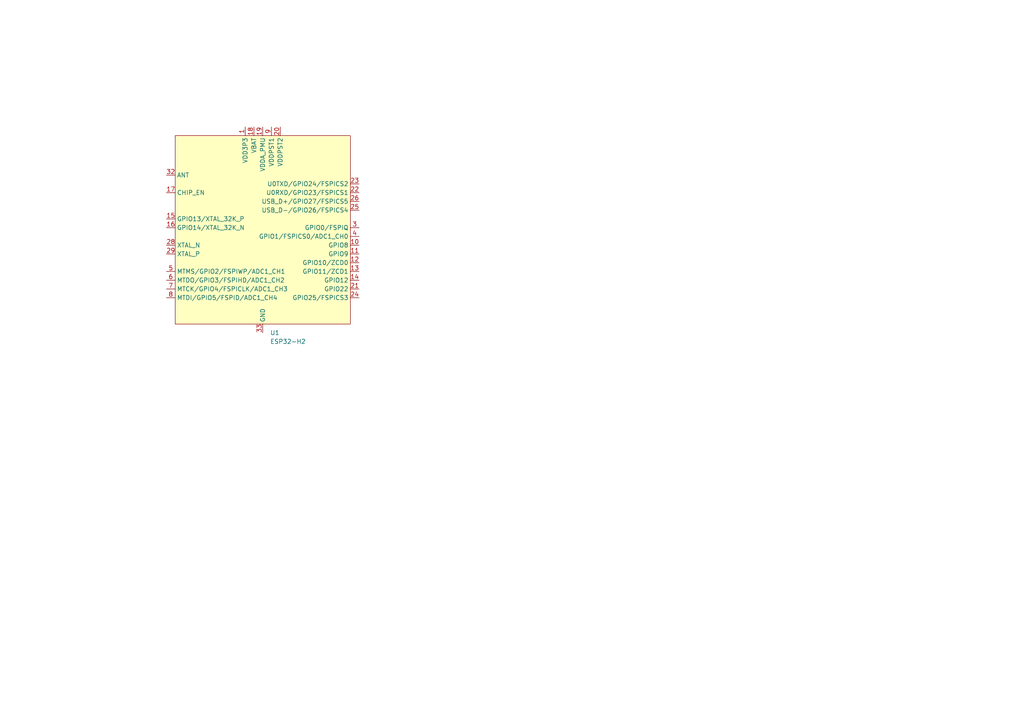
<source format=kicad_sch>
(kicad_sch (version 20250114) (generator "eeschema") (generator_version "9.0")
  (paper "A4")
  (lib_symbols
    (symbol "PCM_Espressif:ESP32-H2"
      (property "Reference" "U" (at -25.4 30.48 0))
      (property "Value" "ESP32-H2" (at 20.32 30.48 0))
      (symbol "ESP32-H2_0_1"
        (rectangle (start -25.4 29.21) (end 25.4 -25.4) (fill (type background)))
      )
      (symbol "ESP32-H2_1_1"
        (pin bidirectional line (at -27.94 17.78 0) (length 2.54) (name "ANT") (number "32"))
        (pin input line (at -27.94 12.7 0) (length 2.54) (name "CHIP_EN") (number "17"))
        (pin bidirectional line (at -27.94 5.08 0) (length 2.54) (name "GPIO13/XTAL_32K_P") (number "15"))
        (pin bidirectional line (at -27.94 2.54 0) (length 2.54) (name "GPIO14/XTAL_32K_N") (number "16"))
        (pin output line (at -27.94 -2.54 0) (length 2.54) (name "XTAL_N") (number "28"))
        (pin input line (at -27.94 -5.08 0) (length 2.54) (name "XTAL_P") (number "29"))
        (pin bidirectional line (at -27.94 -10.16 0) (length 2.54) (name "MTMS/GPIO2/FSPIWP/ADC1_CH1") (number "5"))
        (pin bidirectional line (at -27.94 -12.7 0) (length 2.54) (name "MTDO/GPIO3/FSPIHD/ADC1_CH2") (number "6"))
        (pin bidirectional line (at -27.94 -15.24 0) (length 2.54) (name "MTCK/GPIO4/FSPICLK/ADC1_CH3") (number "7"))
        (pin bidirectional line (at -27.94 -17.78 0) (length 2.54) (name "MTDI/GPIO5/FSPID/ADC1_CH4") (number "8"))
        (pin power_in line (at -5.08 31.75 270) (length 2.54) (name "VDD3P3") (number "1"))
        (pin passive line (at -5.08 31.75 270) (length 2.54) (hide yes) (name "VDD3P3") (number "2"))
        (pin passive line (at -5.08 31.75 270) (length 2.54) (hide yes) (name "VDD3P3") (number "27"))
        (pin passive line (at -5.08 31.75 270) (length 2.54) (hide yes) (name "VDD3P3") (number "30"))
        (pin passive line (at -5.08 31.75 270) (length 2.54) (hide yes) (name "VDD3P3") (number "31"))
        (pin power_in line (at -2.54 31.75 270) (length 2.54) (name "VBAT") (number "18"))
        (pin power_in line (at 0 31.75 270) (length 2.54) (name "VDDA_PMU") (number "19"))
        (pin power_in line (at 0 -27.94 90) (length 2.54) (name "GND") (number "33"))
        (pin power_in line (at 2.54 31.75 270) (length 2.54) (name "VDDPST1") (number "9"))
        (pin power_in line (at 5.08 31.75 270) (length 2.54) (name "VDDPST2") (number "20"))
        (pin bidirectional line (at 27.94 15.24 180) (length 2.54) (name "U0TXD/GPIO24/FSPICS2") (number "23"))
        (pin bidirectional line (at 27.94 12.7 180) (length 2.54) (name "U0RXD/GPIO23/FSPICS1") (number "22"))
        (pin bidirectional line (at 27.94 10.16 180) (length 2.54) (name "USB_D+/GPIO27/FSPICS5") (number "26"))
        (pin bidirectional line (at 27.94 7.62 180) (length 2.54) (name "USB_D-/GPIO26/FSPICS4") (number "25"))
        (pin bidirectional line (at 27.94 2.54 180) (length 2.54) (name "GPIO0/FSPIQ") (number "3"))
        (pin bidirectional line (at 27.94 0 180) (length 2.54) (name "GPIO1/FSPICS0/ADC1_CH0") (number "4"))
        (pin bidirectional line (at 27.94 -2.54 180) (length 2.54) (name "GPIO8") (number "10"))
        (pin bidirectional line (at 27.94 -5.08 180) (length 2.54) (name "GPIO9") (number "11"))
        (pin bidirectional line (at 27.94 -7.62 180) (length 2.54) (name "GPIO10/ZCD0") (number "12"))
        (pin bidirectional line (at 27.94 -10.16 180) (length 2.54) (name "GPIO11/ZCD1") (number "13"))
        (pin bidirectional line (at 27.94 -12.7 180) (length 2.54) (name "GPIO12") (number "14"))
        (pin bidirectional line (at 27.94 -15.24 180) (length 2.54) (name "GPIO22") (number "21"))
        (pin bidirectional line (at 27.94 -17.78 180) (length 2.54) (name "GPIO25/FSPICS3") (number "24"))
      )
    )
  )
  (symbol (lib_id "PCM_Espressif:ESP32-H2") (at 76.2 68.58 0) (unit 1)
    (property "Reference" "U1" (at 78.3433 96.52 0) (effects (justify left)))
    (property "Value" "ESP32-H2" (at 78.3433 99.06 0) (effects (justify left)))
    (property "Footprint" "PCM_Espressif:QFN-32-1EP_4x4mm_P0.4mm_EP2.9x2.9mm" (effects (hide yes)))
    (property "Datasheet" "https://www.espressif.com/sites/default/files/documentation/esp32-h2_datasheet_en.pdf" (effects (hide yes)))
    (property "Description" "ESP32-H2, ultra-low-power SoC with RISC-V single-core microprocessor,Bluetooth 5 (LE), Zigbee and Thread (802.15.4),QFN-32" (effects (hide yes)))
  )
)
</source>
